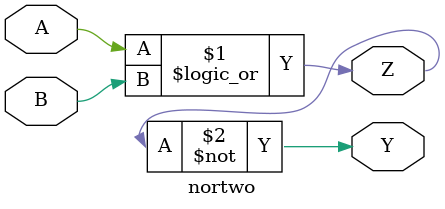
<source format=v>
module nortwo(
    input A,
    input B,
    output Y,
    output Z
);

assign Y = ~(A||B);
assign Z = ~(Y||Y);

endmodule
</source>
